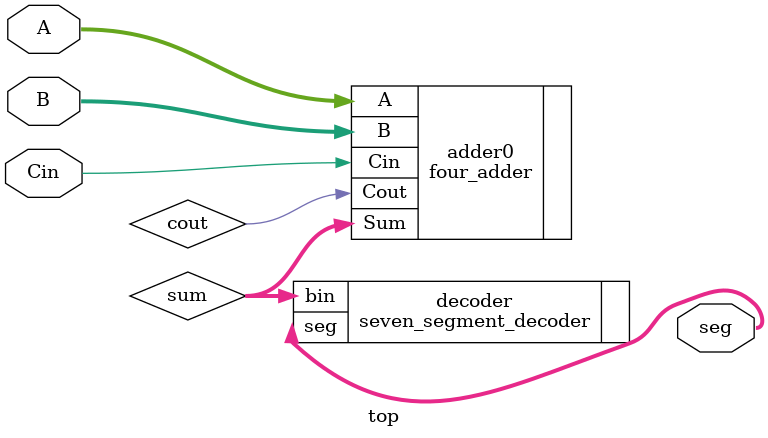
<source format=v>
`timescale 1ns / 1ps


module top (
    input [3:0] A, B,
    input Cin,
    output [6:0] seg
);

    wire [3:0] sum;
    wire cout;

    four_adder adder0 (.A(A), .B(B), .Cin(Cin), .Sum(sum), .Cout(cout));//4bit
    seven_segment_decoder decoder (.bin(sum), .seg(seg));

endmodule


</source>
